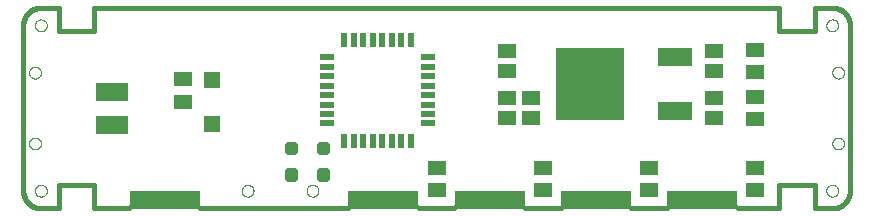
<source format=gbp>
G75*
%MOIN*%
%OFA0B0*%
%FSLAX25Y25*%
%IPPOS*%
%LPD*%
%AMOC8*
5,1,8,0,0,1.08239X$1,22.5*
%
%ADD10C,0.01600*%
%ADD11C,0.00000*%
%ADD12C,0.01200*%
%ADD13R,0.11811X0.06299*%
%ADD14R,0.22835X0.24409*%
%ADD15R,0.05906X0.05118*%
%ADD16R,0.23622X0.05906*%
%ADD17R,0.06299X0.05118*%
%ADD18R,0.02200X0.05000*%
%ADD19R,0.05000X0.02200*%
%ADD20R,0.05512X0.05512*%
%ADD21C,0.02226*%
%ADD22C,0.02332*%
%ADD23R,0.10630X0.06299*%
D10*
X0049997Y0025656D02*
X0055902Y0025656D01*
X0055902Y0033530D01*
X0067713Y0033530D01*
X0067713Y0025656D01*
X0079524Y0025656D01*
X0103146Y0025656D02*
X0152359Y0025656D01*
X0175981Y0025656D02*
X0187792Y0025656D01*
X0211414Y0025656D02*
X0223225Y0025656D01*
X0246847Y0025656D02*
X0258658Y0025656D01*
X0282280Y0025656D02*
X0296060Y0025656D01*
X0296060Y0033530D01*
X0307871Y0033530D01*
X0307871Y0025656D01*
X0313776Y0025656D01*
X0313776Y0025655D02*
X0313928Y0025657D01*
X0314080Y0025663D01*
X0314232Y0025673D01*
X0314383Y0025686D01*
X0314534Y0025704D01*
X0314685Y0025725D01*
X0314835Y0025751D01*
X0314984Y0025780D01*
X0315133Y0025813D01*
X0315280Y0025850D01*
X0315427Y0025890D01*
X0315572Y0025935D01*
X0315716Y0025983D01*
X0315859Y0026035D01*
X0316001Y0026090D01*
X0316141Y0026149D01*
X0316280Y0026212D01*
X0316417Y0026278D01*
X0316552Y0026348D01*
X0316685Y0026421D01*
X0316816Y0026498D01*
X0316946Y0026578D01*
X0317073Y0026661D01*
X0317198Y0026747D01*
X0317321Y0026837D01*
X0317441Y0026930D01*
X0317559Y0027026D01*
X0317675Y0027125D01*
X0317788Y0027227D01*
X0317898Y0027331D01*
X0318006Y0027439D01*
X0318110Y0027549D01*
X0318212Y0027662D01*
X0318311Y0027778D01*
X0318407Y0027896D01*
X0318500Y0028016D01*
X0318590Y0028139D01*
X0318676Y0028264D01*
X0318759Y0028391D01*
X0318839Y0028521D01*
X0318916Y0028652D01*
X0318989Y0028785D01*
X0319059Y0028920D01*
X0319125Y0029057D01*
X0319188Y0029196D01*
X0319247Y0029336D01*
X0319302Y0029478D01*
X0319354Y0029621D01*
X0319402Y0029765D01*
X0319447Y0029910D01*
X0319487Y0030057D01*
X0319524Y0030204D01*
X0319557Y0030353D01*
X0319586Y0030502D01*
X0319612Y0030652D01*
X0319633Y0030803D01*
X0319651Y0030954D01*
X0319664Y0031105D01*
X0319674Y0031257D01*
X0319680Y0031409D01*
X0319682Y0031561D01*
X0319682Y0086679D01*
X0319680Y0086831D01*
X0319674Y0086983D01*
X0319664Y0087135D01*
X0319651Y0087286D01*
X0319633Y0087437D01*
X0319612Y0087588D01*
X0319586Y0087738D01*
X0319557Y0087887D01*
X0319524Y0088036D01*
X0319487Y0088183D01*
X0319447Y0088330D01*
X0319402Y0088475D01*
X0319354Y0088619D01*
X0319302Y0088762D01*
X0319247Y0088904D01*
X0319188Y0089044D01*
X0319125Y0089183D01*
X0319059Y0089320D01*
X0318989Y0089455D01*
X0318916Y0089588D01*
X0318839Y0089719D01*
X0318759Y0089849D01*
X0318676Y0089976D01*
X0318590Y0090101D01*
X0318500Y0090224D01*
X0318407Y0090344D01*
X0318311Y0090462D01*
X0318212Y0090578D01*
X0318110Y0090691D01*
X0318006Y0090801D01*
X0317898Y0090909D01*
X0317788Y0091013D01*
X0317675Y0091115D01*
X0317559Y0091214D01*
X0317441Y0091310D01*
X0317321Y0091403D01*
X0317198Y0091493D01*
X0317073Y0091579D01*
X0316946Y0091662D01*
X0316816Y0091742D01*
X0316685Y0091819D01*
X0316552Y0091892D01*
X0316417Y0091962D01*
X0316280Y0092028D01*
X0316141Y0092091D01*
X0316001Y0092150D01*
X0315859Y0092205D01*
X0315716Y0092257D01*
X0315572Y0092305D01*
X0315427Y0092350D01*
X0315280Y0092390D01*
X0315133Y0092427D01*
X0314984Y0092460D01*
X0314835Y0092489D01*
X0314685Y0092515D01*
X0314534Y0092536D01*
X0314383Y0092554D01*
X0314232Y0092567D01*
X0314080Y0092577D01*
X0313928Y0092583D01*
X0313776Y0092585D01*
X0307871Y0092585D01*
X0307871Y0084711D01*
X0296060Y0084711D01*
X0296060Y0092585D01*
X0067713Y0092585D01*
X0067713Y0084711D01*
X0055902Y0084711D01*
X0055902Y0092585D01*
X0049997Y0092585D01*
X0049845Y0092583D01*
X0049693Y0092577D01*
X0049541Y0092567D01*
X0049390Y0092554D01*
X0049239Y0092536D01*
X0049088Y0092515D01*
X0048938Y0092489D01*
X0048789Y0092460D01*
X0048640Y0092427D01*
X0048493Y0092390D01*
X0048346Y0092350D01*
X0048201Y0092305D01*
X0048057Y0092257D01*
X0047914Y0092205D01*
X0047772Y0092150D01*
X0047632Y0092091D01*
X0047493Y0092028D01*
X0047356Y0091962D01*
X0047221Y0091892D01*
X0047088Y0091819D01*
X0046957Y0091742D01*
X0046827Y0091662D01*
X0046700Y0091579D01*
X0046575Y0091493D01*
X0046452Y0091403D01*
X0046332Y0091310D01*
X0046214Y0091214D01*
X0046098Y0091115D01*
X0045985Y0091013D01*
X0045875Y0090909D01*
X0045767Y0090801D01*
X0045663Y0090691D01*
X0045561Y0090578D01*
X0045462Y0090462D01*
X0045366Y0090344D01*
X0045273Y0090224D01*
X0045183Y0090101D01*
X0045097Y0089976D01*
X0045014Y0089849D01*
X0044934Y0089719D01*
X0044857Y0089588D01*
X0044784Y0089455D01*
X0044714Y0089320D01*
X0044648Y0089183D01*
X0044585Y0089044D01*
X0044526Y0088904D01*
X0044471Y0088762D01*
X0044419Y0088619D01*
X0044371Y0088475D01*
X0044326Y0088330D01*
X0044286Y0088183D01*
X0044249Y0088036D01*
X0044216Y0087887D01*
X0044187Y0087738D01*
X0044161Y0087588D01*
X0044140Y0087437D01*
X0044122Y0087286D01*
X0044109Y0087135D01*
X0044099Y0086983D01*
X0044093Y0086831D01*
X0044091Y0086679D01*
X0044091Y0031561D01*
X0044093Y0031409D01*
X0044099Y0031257D01*
X0044109Y0031105D01*
X0044122Y0030954D01*
X0044140Y0030803D01*
X0044161Y0030652D01*
X0044187Y0030502D01*
X0044216Y0030353D01*
X0044249Y0030204D01*
X0044286Y0030057D01*
X0044326Y0029910D01*
X0044371Y0029765D01*
X0044419Y0029621D01*
X0044471Y0029478D01*
X0044526Y0029336D01*
X0044585Y0029196D01*
X0044648Y0029057D01*
X0044714Y0028920D01*
X0044784Y0028785D01*
X0044857Y0028652D01*
X0044934Y0028521D01*
X0045014Y0028391D01*
X0045097Y0028264D01*
X0045183Y0028139D01*
X0045273Y0028016D01*
X0045366Y0027896D01*
X0045462Y0027778D01*
X0045561Y0027662D01*
X0045663Y0027549D01*
X0045767Y0027439D01*
X0045875Y0027331D01*
X0045985Y0027227D01*
X0046098Y0027125D01*
X0046214Y0027026D01*
X0046332Y0026930D01*
X0046452Y0026837D01*
X0046575Y0026747D01*
X0046700Y0026661D01*
X0046827Y0026578D01*
X0046957Y0026498D01*
X0047088Y0026421D01*
X0047221Y0026348D01*
X0047356Y0026278D01*
X0047493Y0026212D01*
X0047632Y0026149D01*
X0047772Y0026090D01*
X0047914Y0026035D01*
X0048057Y0025983D01*
X0048201Y0025935D01*
X0048346Y0025890D01*
X0048493Y0025850D01*
X0048640Y0025813D01*
X0048789Y0025780D01*
X0048938Y0025751D01*
X0049088Y0025725D01*
X0049239Y0025704D01*
X0049390Y0025686D01*
X0049541Y0025673D01*
X0049693Y0025663D01*
X0049845Y0025657D01*
X0049997Y0025655D01*
D11*
X0048028Y0031561D02*
X0048030Y0031649D01*
X0048036Y0031737D01*
X0048046Y0031825D01*
X0048060Y0031913D01*
X0048077Y0031999D01*
X0048099Y0032085D01*
X0048124Y0032169D01*
X0048154Y0032253D01*
X0048186Y0032335D01*
X0048223Y0032415D01*
X0048263Y0032494D01*
X0048307Y0032571D01*
X0048354Y0032646D01*
X0048404Y0032718D01*
X0048458Y0032789D01*
X0048514Y0032856D01*
X0048574Y0032922D01*
X0048636Y0032984D01*
X0048702Y0033044D01*
X0048769Y0033100D01*
X0048840Y0033154D01*
X0048912Y0033204D01*
X0048987Y0033251D01*
X0049064Y0033295D01*
X0049143Y0033335D01*
X0049223Y0033372D01*
X0049305Y0033404D01*
X0049389Y0033434D01*
X0049473Y0033459D01*
X0049559Y0033481D01*
X0049645Y0033498D01*
X0049733Y0033512D01*
X0049821Y0033522D01*
X0049909Y0033528D01*
X0049997Y0033530D01*
X0050085Y0033528D01*
X0050173Y0033522D01*
X0050261Y0033512D01*
X0050349Y0033498D01*
X0050435Y0033481D01*
X0050521Y0033459D01*
X0050605Y0033434D01*
X0050689Y0033404D01*
X0050771Y0033372D01*
X0050851Y0033335D01*
X0050930Y0033295D01*
X0051007Y0033251D01*
X0051082Y0033204D01*
X0051154Y0033154D01*
X0051225Y0033100D01*
X0051292Y0033044D01*
X0051358Y0032984D01*
X0051420Y0032922D01*
X0051480Y0032856D01*
X0051536Y0032789D01*
X0051590Y0032718D01*
X0051640Y0032646D01*
X0051687Y0032571D01*
X0051731Y0032494D01*
X0051771Y0032415D01*
X0051808Y0032335D01*
X0051840Y0032253D01*
X0051870Y0032169D01*
X0051895Y0032085D01*
X0051917Y0031999D01*
X0051934Y0031913D01*
X0051948Y0031825D01*
X0051958Y0031737D01*
X0051964Y0031649D01*
X0051966Y0031561D01*
X0051964Y0031473D01*
X0051958Y0031385D01*
X0051948Y0031297D01*
X0051934Y0031209D01*
X0051917Y0031123D01*
X0051895Y0031037D01*
X0051870Y0030953D01*
X0051840Y0030869D01*
X0051808Y0030787D01*
X0051771Y0030707D01*
X0051731Y0030628D01*
X0051687Y0030551D01*
X0051640Y0030476D01*
X0051590Y0030404D01*
X0051536Y0030333D01*
X0051480Y0030266D01*
X0051420Y0030200D01*
X0051358Y0030138D01*
X0051292Y0030078D01*
X0051225Y0030022D01*
X0051154Y0029968D01*
X0051082Y0029918D01*
X0051007Y0029871D01*
X0050930Y0029827D01*
X0050851Y0029787D01*
X0050771Y0029750D01*
X0050689Y0029718D01*
X0050605Y0029688D01*
X0050521Y0029663D01*
X0050435Y0029641D01*
X0050349Y0029624D01*
X0050261Y0029610D01*
X0050173Y0029600D01*
X0050085Y0029594D01*
X0049997Y0029592D01*
X0049909Y0029594D01*
X0049821Y0029600D01*
X0049733Y0029610D01*
X0049645Y0029624D01*
X0049559Y0029641D01*
X0049473Y0029663D01*
X0049389Y0029688D01*
X0049305Y0029718D01*
X0049223Y0029750D01*
X0049143Y0029787D01*
X0049064Y0029827D01*
X0048987Y0029871D01*
X0048912Y0029918D01*
X0048840Y0029968D01*
X0048769Y0030022D01*
X0048702Y0030078D01*
X0048636Y0030138D01*
X0048574Y0030200D01*
X0048514Y0030266D01*
X0048458Y0030333D01*
X0048404Y0030404D01*
X0048354Y0030476D01*
X0048307Y0030551D01*
X0048263Y0030628D01*
X0048223Y0030707D01*
X0048186Y0030787D01*
X0048154Y0030869D01*
X0048124Y0030953D01*
X0048099Y0031037D01*
X0048077Y0031123D01*
X0048060Y0031209D01*
X0048046Y0031297D01*
X0048036Y0031385D01*
X0048030Y0031473D01*
X0048028Y0031561D01*
X0046059Y0047309D02*
X0046061Y0047397D01*
X0046067Y0047485D01*
X0046077Y0047573D01*
X0046091Y0047661D01*
X0046108Y0047747D01*
X0046130Y0047833D01*
X0046155Y0047917D01*
X0046185Y0048001D01*
X0046217Y0048083D01*
X0046254Y0048163D01*
X0046294Y0048242D01*
X0046338Y0048319D01*
X0046385Y0048394D01*
X0046435Y0048466D01*
X0046489Y0048537D01*
X0046545Y0048604D01*
X0046605Y0048670D01*
X0046667Y0048732D01*
X0046733Y0048792D01*
X0046800Y0048848D01*
X0046871Y0048902D01*
X0046943Y0048952D01*
X0047018Y0048999D01*
X0047095Y0049043D01*
X0047174Y0049083D01*
X0047254Y0049120D01*
X0047336Y0049152D01*
X0047420Y0049182D01*
X0047504Y0049207D01*
X0047590Y0049229D01*
X0047676Y0049246D01*
X0047764Y0049260D01*
X0047852Y0049270D01*
X0047940Y0049276D01*
X0048028Y0049278D01*
X0048116Y0049276D01*
X0048204Y0049270D01*
X0048292Y0049260D01*
X0048380Y0049246D01*
X0048466Y0049229D01*
X0048552Y0049207D01*
X0048636Y0049182D01*
X0048720Y0049152D01*
X0048802Y0049120D01*
X0048882Y0049083D01*
X0048961Y0049043D01*
X0049038Y0048999D01*
X0049113Y0048952D01*
X0049185Y0048902D01*
X0049256Y0048848D01*
X0049323Y0048792D01*
X0049389Y0048732D01*
X0049451Y0048670D01*
X0049511Y0048604D01*
X0049567Y0048537D01*
X0049621Y0048466D01*
X0049671Y0048394D01*
X0049718Y0048319D01*
X0049762Y0048242D01*
X0049802Y0048163D01*
X0049839Y0048083D01*
X0049871Y0048001D01*
X0049901Y0047917D01*
X0049926Y0047833D01*
X0049948Y0047747D01*
X0049965Y0047661D01*
X0049979Y0047573D01*
X0049989Y0047485D01*
X0049995Y0047397D01*
X0049997Y0047309D01*
X0049995Y0047221D01*
X0049989Y0047133D01*
X0049979Y0047045D01*
X0049965Y0046957D01*
X0049948Y0046871D01*
X0049926Y0046785D01*
X0049901Y0046701D01*
X0049871Y0046617D01*
X0049839Y0046535D01*
X0049802Y0046455D01*
X0049762Y0046376D01*
X0049718Y0046299D01*
X0049671Y0046224D01*
X0049621Y0046152D01*
X0049567Y0046081D01*
X0049511Y0046014D01*
X0049451Y0045948D01*
X0049389Y0045886D01*
X0049323Y0045826D01*
X0049256Y0045770D01*
X0049185Y0045716D01*
X0049113Y0045666D01*
X0049038Y0045619D01*
X0048961Y0045575D01*
X0048882Y0045535D01*
X0048802Y0045498D01*
X0048720Y0045466D01*
X0048636Y0045436D01*
X0048552Y0045411D01*
X0048466Y0045389D01*
X0048380Y0045372D01*
X0048292Y0045358D01*
X0048204Y0045348D01*
X0048116Y0045342D01*
X0048028Y0045340D01*
X0047940Y0045342D01*
X0047852Y0045348D01*
X0047764Y0045358D01*
X0047676Y0045372D01*
X0047590Y0045389D01*
X0047504Y0045411D01*
X0047420Y0045436D01*
X0047336Y0045466D01*
X0047254Y0045498D01*
X0047174Y0045535D01*
X0047095Y0045575D01*
X0047018Y0045619D01*
X0046943Y0045666D01*
X0046871Y0045716D01*
X0046800Y0045770D01*
X0046733Y0045826D01*
X0046667Y0045886D01*
X0046605Y0045948D01*
X0046545Y0046014D01*
X0046489Y0046081D01*
X0046435Y0046152D01*
X0046385Y0046224D01*
X0046338Y0046299D01*
X0046294Y0046376D01*
X0046254Y0046455D01*
X0046217Y0046535D01*
X0046185Y0046617D01*
X0046155Y0046701D01*
X0046130Y0046785D01*
X0046108Y0046871D01*
X0046091Y0046957D01*
X0046077Y0047045D01*
X0046067Y0047133D01*
X0046061Y0047221D01*
X0046059Y0047309D01*
X0046059Y0070931D02*
X0046061Y0071019D01*
X0046067Y0071107D01*
X0046077Y0071195D01*
X0046091Y0071283D01*
X0046108Y0071369D01*
X0046130Y0071455D01*
X0046155Y0071539D01*
X0046185Y0071623D01*
X0046217Y0071705D01*
X0046254Y0071785D01*
X0046294Y0071864D01*
X0046338Y0071941D01*
X0046385Y0072016D01*
X0046435Y0072088D01*
X0046489Y0072159D01*
X0046545Y0072226D01*
X0046605Y0072292D01*
X0046667Y0072354D01*
X0046733Y0072414D01*
X0046800Y0072470D01*
X0046871Y0072524D01*
X0046943Y0072574D01*
X0047018Y0072621D01*
X0047095Y0072665D01*
X0047174Y0072705D01*
X0047254Y0072742D01*
X0047336Y0072774D01*
X0047420Y0072804D01*
X0047504Y0072829D01*
X0047590Y0072851D01*
X0047676Y0072868D01*
X0047764Y0072882D01*
X0047852Y0072892D01*
X0047940Y0072898D01*
X0048028Y0072900D01*
X0048116Y0072898D01*
X0048204Y0072892D01*
X0048292Y0072882D01*
X0048380Y0072868D01*
X0048466Y0072851D01*
X0048552Y0072829D01*
X0048636Y0072804D01*
X0048720Y0072774D01*
X0048802Y0072742D01*
X0048882Y0072705D01*
X0048961Y0072665D01*
X0049038Y0072621D01*
X0049113Y0072574D01*
X0049185Y0072524D01*
X0049256Y0072470D01*
X0049323Y0072414D01*
X0049389Y0072354D01*
X0049451Y0072292D01*
X0049511Y0072226D01*
X0049567Y0072159D01*
X0049621Y0072088D01*
X0049671Y0072016D01*
X0049718Y0071941D01*
X0049762Y0071864D01*
X0049802Y0071785D01*
X0049839Y0071705D01*
X0049871Y0071623D01*
X0049901Y0071539D01*
X0049926Y0071455D01*
X0049948Y0071369D01*
X0049965Y0071283D01*
X0049979Y0071195D01*
X0049989Y0071107D01*
X0049995Y0071019D01*
X0049997Y0070931D01*
X0049995Y0070843D01*
X0049989Y0070755D01*
X0049979Y0070667D01*
X0049965Y0070579D01*
X0049948Y0070493D01*
X0049926Y0070407D01*
X0049901Y0070323D01*
X0049871Y0070239D01*
X0049839Y0070157D01*
X0049802Y0070077D01*
X0049762Y0069998D01*
X0049718Y0069921D01*
X0049671Y0069846D01*
X0049621Y0069774D01*
X0049567Y0069703D01*
X0049511Y0069636D01*
X0049451Y0069570D01*
X0049389Y0069508D01*
X0049323Y0069448D01*
X0049256Y0069392D01*
X0049185Y0069338D01*
X0049113Y0069288D01*
X0049038Y0069241D01*
X0048961Y0069197D01*
X0048882Y0069157D01*
X0048802Y0069120D01*
X0048720Y0069088D01*
X0048636Y0069058D01*
X0048552Y0069033D01*
X0048466Y0069011D01*
X0048380Y0068994D01*
X0048292Y0068980D01*
X0048204Y0068970D01*
X0048116Y0068964D01*
X0048028Y0068962D01*
X0047940Y0068964D01*
X0047852Y0068970D01*
X0047764Y0068980D01*
X0047676Y0068994D01*
X0047590Y0069011D01*
X0047504Y0069033D01*
X0047420Y0069058D01*
X0047336Y0069088D01*
X0047254Y0069120D01*
X0047174Y0069157D01*
X0047095Y0069197D01*
X0047018Y0069241D01*
X0046943Y0069288D01*
X0046871Y0069338D01*
X0046800Y0069392D01*
X0046733Y0069448D01*
X0046667Y0069508D01*
X0046605Y0069570D01*
X0046545Y0069636D01*
X0046489Y0069703D01*
X0046435Y0069774D01*
X0046385Y0069846D01*
X0046338Y0069921D01*
X0046294Y0069998D01*
X0046254Y0070077D01*
X0046217Y0070157D01*
X0046185Y0070239D01*
X0046155Y0070323D01*
X0046130Y0070407D01*
X0046108Y0070493D01*
X0046091Y0070579D01*
X0046077Y0070667D01*
X0046067Y0070755D01*
X0046061Y0070843D01*
X0046059Y0070931D01*
X0048028Y0086679D02*
X0048030Y0086767D01*
X0048036Y0086855D01*
X0048046Y0086943D01*
X0048060Y0087031D01*
X0048077Y0087117D01*
X0048099Y0087203D01*
X0048124Y0087287D01*
X0048154Y0087371D01*
X0048186Y0087453D01*
X0048223Y0087533D01*
X0048263Y0087612D01*
X0048307Y0087689D01*
X0048354Y0087764D01*
X0048404Y0087836D01*
X0048458Y0087907D01*
X0048514Y0087974D01*
X0048574Y0088040D01*
X0048636Y0088102D01*
X0048702Y0088162D01*
X0048769Y0088218D01*
X0048840Y0088272D01*
X0048912Y0088322D01*
X0048987Y0088369D01*
X0049064Y0088413D01*
X0049143Y0088453D01*
X0049223Y0088490D01*
X0049305Y0088522D01*
X0049389Y0088552D01*
X0049473Y0088577D01*
X0049559Y0088599D01*
X0049645Y0088616D01*
X0049733Y0088630D01*
X0049821Y0088640D01*
X0049909Y0088646D01*
X0049997Y0088648D01*
X0050085Y0088646D01*
X0050173Y0088640D01*
X0050261Y0088630D01*
X0050349Y0088616D01*
X0050435Y0088599D01*
X0050521Y0088577D01*
X0050605Y0088552D01*
X0050689Y0088522D01*
X0050771Y0088490D01*
X0050851Y0088453D01*
X0050930Y0088413D01*
X0051007Y0088369D01*
X0051082Y0088322D01*
X0051154Y0088272D01*
X0051225Y0088218D01*
X0051292Y0088162D01*
X0051358Y0088102D01*
X0051420Y0088040D01*
X0051480Y0087974D01*
X0051536Y0087907D01*
X0051590Y0087836D01*
X0051640Y0087764D01*
X0051687Y0087689D01*
X0051731Y0087612D01*
X0051771Y0087533D01*
X0051808Y0087453D01*
X0051840Y0087371D01*
X0051870Y0087287D01*
X0051895Y0087203D01*
X0051917Y0087117D01*
X0051934Y0087031D01*
X0051948Y0086943D01*
X0051958Y0086855D01*
X0051964Y0086767D01*
X0051966Y0086679D01*
X0051964Y0086591D01*
X0051958Y0086503D01*
X0051948Y0086415D01*
X0051934Y0086327D01*
X0051917Y0086241D01*
X0051895Y0086155D01*
X0051870Y0086071D01*
X0051840Y0085987D01*
X0051808Y0085905D01*
X0051771Y0085825D01*
X0051731Y0085746D01*
X0051687Y0085669D01*
X0051640Y0085594D01*
X0051590Y0085522D01*
X0051536Y0085451D01*
X0051480Y0085384D01*
X0051420Y0085318D01*
X0051358Y0085256D01*
X0051292Y0085196D01*
X0051225Y0085140D01*
X0051154Y0085086D01*
X0051082Y0085036D01*
X0051007Y0084989D01*
X0050930Y0084945D01*
X0050851Y0084905D01*
X0050771Y0084868D01*
X0050689Y0084836D01*
X0050605Y0084806D01*
X0050521Y0084781D01*
X0050435Y0084759D01*
X0050349Y0084742D01*
X0050261Y0084728D01*
X0050173Y0084718D01*
X0050085Y0084712D01*
X0049997Y0084710D01*
X0049909Y0084712D01*
X0049821Y0084718D01*
X0049733Y0084728D01*
X0049645Y0084742D01*
X0049559Y0084759D01*
X0049473Y0084781D01*
X0049389Y0084806D01*
X0049305Y0084836D01*
X0049223Y0084868D01*
X0049143Y0084905D01*
X0049064Y0084945D01*
X0048987Y0084989D01*
X0048912Y0085036D01*
X0048840Y0085086D01*
X0048769Y0085140D01*
X0048702Y0085196D01*
X0048636Y0085256D01*
X0048574Y0085318D01*
X0048514Y0085384D01*
X0048458Y0085451D01*
X0048404Y0085522D01*
X0048354Y0085594D01*
X0048307Y0085669D01*
X0048263Y0085746D01*
X0048223Y0085825D01*
X0048186Y0085905D01*
X0048154Y0085987D01*
X0048124Y0086071D01*
X0048099Y0086155D01*
X0048077Y0086241D01*
X0048060Y0086327D01*
X0048046Y0086415D01*
X0048036Y0086503D01*
X0048030Y0086591D01*
X0048028Y0086679D01*
X0116925Y0031561D02*
X0116927Y0031649D01*
X0116933Y0031737D01*
X0116943Y0031825D01*
X0116957Y0031913D01*
X0116974Y0031999D01*
X0116996Y0032085D01*
X0117021Y0032169D01*
X0117051Y0032253D01*
X0117083Y0032335D01*
X0117120Y0032415D01*
X0117160Y0032494D01*
X0117204Y0032571D01*
X0117251Y0032646D01*
X0117301Y0032718D01*
X0117355Y0032789D01*
X0117411Y0032856D01*
X0117471Y0032922D01*
X0117533Y0032984D01*
X0117599Y0033044D01*
X0117666Y0033100D01*
X0117737Y0033154D01*
X0117809Y0033204D01*
X0117884Y0033251D01*
X0117961Y0033295D01*
X0118040Y0033335D01*
X0118120Y0033372D01*
X0118202Y0033404D01*
X0118286Y0033434D01*
X0118370Y0033459D01*
X0118456Y0033481D01*
X0118542Y0033498D01*
X0118630Y0033512D01*
X0118718Y0033522D01*
X0118806Y0033528D01*
X0118894Y0033530D01*
X0118982Y0033528D01*
X0119070Y0033522D01*
X0119158Y0033512D01*
X0119246Y0033498D01*
X0119332Y0033481D01*
X0119418Y0033459D01*
X0119502Y0033434D01*
X0119586Y0033404D01*
X0119668Y0033372D01*
X0119748Y0033335D01*
X0119827Y0033295D01*
X0119904Y0033251D01*
X0119979Y0033204D01*
X0120051Y0033154D01*
X0120122Y0033100D01*
X0120189Y0033044D01*
X0120255Y0032984D01*
X0120317Y0032922D01*
X0120377Y0032856D01*
X0120433Y0032789D01*
X0120487Y0032718D01*
X0120537Y0032646D01*
X0120584Y0032571D01*
X0120628Y0032494D01*
X0120668Y0032415D01*
X0120705Y0032335D01*
X0120737Y0032253D01*
X0120767Y0032169D01*
X0120792Y0032085D01*
X0120814Y0031999D01*
X0120831Y0031913D01*
X0120845Y0031825D01*
X0120855Y0031737D01*
X0120861Y0031649D01*
X0120863Y0031561D01*
X0120861Y0031473D01*
X0120855Y0031385D01*
X0120845Y0031297D01*
X0120831Y0031209D01*
X0120814Y0031123D01*
X0120792Y0031037D01*
X0120767Y0030953D01*
X0120737Y0030869D01*
X0120705Y0030787D01*
X0120668Y0030707D01*
X0120628Y0030628D01*
X0120584Y0030551D01*
X0120537Y0030476D01*
X0120487Y0030404D01*
X0120433Y0030333D01*
X0120377Y0030266D01*
X0120317Y0030200D01*
X0120255Y0030138D01*
X0120189Y0030078D01*
X0120122Y0030022D01*
X0120051Y0029968D01*
X0119979Y0029918D01*
X0119904Y0029871D01*
X0119827Y0029827D01*
X0119748Y0029787D01*
X0119668Y0029750D01*
X0119586Y0029718D01*
X0119502Y0029688D01*
X0119418Y0029663D01*
X0119332Y0029641D01*
X0119246Y0029624D01*
X0119158Y0029610D01*
X0119070Y0029600D01*
X0118982Y0029594D01*
X0118894Y0029592D01*
X0118806Y0029594D01*
X0118718Y0029600D01*
X0118630Y0029610D01*
X0118542Y0029624D01*
X0118456Y0029641D01*
X0118370Y0029663D01*
X0118286Y0029688D01*
X0118202Y0029718D01*
X0118120Y0029750D01*
X0118040Y0029787D01*
X0117961Y0029827D01*
X0117884Y0029871D01*
X0117809Y0029918D01*
X0117737Y0029968D01*
X0117666Y0030022D01*
X0117599Y0030078D01*
X0117533Y0030138D01*
X0117471Y0030200D01*
X0117411Y0030266D01*
X0117355Y0030333D01*
X0117301Y0030404D01*
X0117251Y0030476D01*
X0117204Y0030551D01*
X0117160Y0030628D01*
X0117120Y0030707D01*
X0117083Y0030787D01*
X0117051Y0030869D01*
X0117021Y0030953D01*
X0116996Y0031037D01*
X0116974Y0031123D01*
X0116957Y0031209D01*
X0116943Y0031297D01*
X0116933Y0031385D01*
X0116927Y0031473D01*
X0116925Y0031561D01*
X0138579Y0031561D02*
X0138581Y0031649D01*
X0138587Y0031737D01*
X0138597Y0031825D01*
X0138611Y0031913D01*
X0138628Y0031999D01*
X0138650Y0032085D01*
X0138675Y0032169D01*
X0138705Y0032253D01*
X0138737Y0032335D01*
X0138774Y0032415D01*
X0138814Y0032494D01*
X0138858Y0032571D01*
X0138905Y0032646D01*
X0138955Y0032718D01*
X0139009Y0032789D01*
X0139065Y0032856D01*
X0139125Y0032922D01*
X0139187Y0032984D01*
X0139253Y0033044D01*
X0139320Y0033100D01*
X0139391Y0033154D01*
X0139463Y0033204D01*
X0139538Y0033251D01*
X0139615Y0033295D01*
X0139694Y0033335D01*
X0139774Y0033372D01*
X0139856Y0033404D01*
X0139940Y0033434D01*
X0140024Y0033459D01*
X0140110Y0033481D01*
X0140196Y0033498D01*
X0140284Y0033512D01*
X0140372Y0033522D01*
X0140460Y0033528D01*
X0140548Y0033530D01*
X0140636Y0033528D01*
X0140724Y0033522D01*
X0140812Y0033512D01*
X0140900Y0033498D01*
X0140986Y0033481D01*
X0141072Y0033459D01*
X0141156Y0033434D01*
X0141240Y0033404D01*
X0141322Y0033372D01*
X0141402Y0033335D01*
X0141481Y0033295D01*
X0141558Y0033251D01*
X0141633Y0033204D01*
X0141705Y0033154D01*
X0141776Y0033100D01*
X0141843Y0033044D01*
X0141909Y0032984D01*
X0141971Y0032922D01*
X0142031Y0032856D01*
X0142087Y0032789D01*
X0142141Y0032718D01*
X0142191Y0032646D01*
X0142238Y0032571D01*
X0142282Y0032494D01*
X0142322Y0032415D01*
X0142359Y0032335D01*
X0142391Y0032253D01*
X0142421Y0032169D01*
X0142446Y0032085D01*
X0142468Y0031999D01*
X0142485Y0031913D01*
X0142499Y0031825D01*
X0142509Y0031737D01*
X0142515Y0031649D01*
X0142517Y0031561D01*
X0142515Y0031473D01*
X0142509Y0031385D01*
X0142499Y0031297D01*
X0142485Y0031209D01*
X0142468Y0031123D01*
X0142446Y0031037D01*
X0142421Y0030953D01*
X0142391Y0030869D01*
X0142359Y0030787D01*
X0142322Y0030707D01*
X0142282Y0030628D01*
X0142238Y0030551D01*
X0142191Y0030476D01*
X0142141Y0030404D01*
X0142087Y0030333D01*
X0142031Y0030266D01*
X0141971Y0030200D01*
X0141909Y0030138D01*
X0141843Y0030078D01*
X0141776Y0030022D01*
X0141705Y0029968D01*
X0141633Y0029918D01*
X0141558Y0029871D01*
X0141481Y0029827D01*
X0141402Y0029787D01*
X0141322Y0029750D01*
X0141240Y0029718D01*
X0141156Y0029688D01*
X0141072Y0029663D01*
X0140986Y0029641D01*
X0140900Y0029624D01*
X0140812Y0029610D01*
X0140724Y0029600D01*
X0140636Y0029594D01*
X0140548Y0029592D01*
X0140460Y0029594D01*
X0140372Y0029600D01*
X0140284Y0029610D01*
X0140196Y0029624D01*
X0140110Y0029641D01*
X0140024Y0029663D01*
X0139940Y0029688D01*
X0139856Y0029718D01*
X0139774Y0029750D01*
X0139694Y0029787D01*
X0139615Y0029827D01*
X0139538Y0029871D01*
X0139463Y0029918D01*
X0139391Y0029968D01*
X0139320Y0030022D01*
X0139253Y0030078D01*
X0139187Y0030138D01*
X0139125Y0030200D01*
X0139065Y0030266D01*
X0139009Y0030333D01*
X0138955Y0030404D01*
X0138905Y0030476D01*
X0138858Y0030551D01*
X0138814Y0030628D01*
X0138774Y0030707D01*
X0138737Y0030787D01*
X0138705Y0030869D01*
X0138675Y0030953D01*
X0138650Y0031037D01*
X0138628Y0031123D01*
X0138611Y0031209D01*
X0138597Y0031297D01*
X0138587Y0031385D01*
X0138581Y0031473D01*
X0138579Y0031561D01*
X0311807Y0031561D02*
X0311809Y0031649D01*
X0311815Y0031737D01*
X0311825Y0031825D01*
X0311839Y0031913D01*
X0311856Y0031999D01*
X0311878Y0032085D01*
X0311903Y0032169D01*
X0311933Y0032253D01*
X0311965Y0032335D01*
X0312002Y0032415D01*
X0312042Y0032494D01*
X0312086Y0032571D01*
X0312133Y0032646D01*
X0312183Y0032718D01*
X0312237Y0032789D01*
X0312293Y0032856D01*
X0312353Y0032922D01*
X0312415Y0032984D01*
X0312481Y0033044D01*
X0312548Y0033100D01*
X0312619Y0033154D01*
X0312691Y0033204D01*
X0312766Y0033251D01*
X0312843Y0033295D01*
X0312922Y0033335D01*
X0313002Y0033372D01*
X0313084Y0033404D01*
X0313168Y0033434D01*
X0313252Y0033459D01*
X0313338Y0033481D01*
X0313424Y0033498D01*
X0313512Y0033512D01*
X0313600Y0033522D01*
X0313688Y0033528D01*
X0313776Y0033530D01*
X0313864Y0033528D01*
X0313952Y0033522D01*
X0314040Y0033512D01*
X0314128Y0033498D01*
X0314214Y0033481D01*
X0314300Y0033459D01*
X0314384Y0033434D01*
X0314468Y0033404D01*
X0314550Y0033372D01*
X0314630Y0033335D01*
X0314709Y0033295D01*
X0314786Y0033251D01*
X0314861Y0033204D01*
X0314933Y0033154D01*
X0315004Y0033100D01*
X0315071Y0033044D01*
X0315137Y0032984D01*
X0315199Y0032922D01*
X0315259Y0032856D01*
X0315315Y0032789D01*
X0315369Y0032718D01*
X0315419Y0032646D01*
X0315466Y0032571D01*
X0315510Y0032494D01*
X0315550Y0032415D01*
X0315587Y0032335D01*
X0315619Y0032253D01*
X0315649Y0032169D01*
X0315674Y0032085D01*
X0315696Y0031999D01*
X0315713Y0031913D01*
X0315727Y0031825D01*
X0315737Y0031737D01*
X0315743Y0031649D01*
X0315745Y0031561D01*
X0315743Y0031473D01*
X0315737Y0031385D01*
X0315727Y0031297D01*
X0315713Y0031209D01*
X0315696Y0031123D01*
X0315674Y0031037D01*
X0315649Y0030953D01*
X0315619Y0030869D01*
X0315587Y0030787D01*
X0315550Y0030707D01*
X0315510Y0030628D01*
X0315466Y0030551D01*
X0315419Y0030476D01*
X0315369Y0030404D01*
X0315315Y0030333D01*
X0315259Y0030266D01*
X0315199Y0030200D01*
X0315137Y0030138D01*
X0315071Y0030078D01*
X0315004Y0030022D01*
X0314933Y0029968D01*
X0314861Y0029918D01*
X0314786Y0029871D01*
X0314709Y0029827D01*
X0314630Y0029787D01*
X0314550Y0029750D01*
X0314468Y0029718D01*
X0314384Y0029688D01*
X0314300Y0029663D01*
X0314214Y0029641D01*
X0314128Y0029624D01*
X0314040Y0029610D01*
X0313952Y0029600D01*
X0313864Y0029594D01*
X0313776Y0029592D01*
X0313688Y0029594D01*
X0313600Y0029600D01*
X0313512Y0029610D01*
X0313424Y0029624D01*
X0313338Y0029641D01*
X0313252Y0029663D01*
X0313168Y0029688D01*
X0313084Y0029718D01*
X0313002Y0029750D01*
X0312922Y0029787D01*
X0312843Y0029827D01*
X0312766Y0029871D01*
X0312691Y0029918D01*
X0312619Y0029968D01*
X0312548Y0030022D01*
X0312481Y0030078D01*
X0312415Y0030138D01*
X0312353Y0030200D01*
X0312293Y0030266D01*
X0312237Y0030333D01*
X0312183Y0030404D01*
X0312133Y0030476D01*
X0312086Y0030551D01*
X0312042Y0030628D01*
X0312002Y0030707D01*
X0311965Y0030787D01*
X0311933Y0030869D01*
X0311903Y0030953D01*
X0311878Y0031037D01*
X0311856Y0031123D01*
X0311839Y0031209D01*
X0311825Y0031297D01*
X0311815Y0031385D01*
X0311809Y0031473D01*
X0311807Y0031561D01*
X0313776Y0047309D02*
X0313778Y0047397D01*
X0313784Y0047485D01*
X0313794Y0047573D01*
X0313808Y0047661D01*
X0313825Y0047747D01*
X0313847Y0047833D01*
X0313872Y0047917D01*
X0313902Y0048001D01*
X0313934Y0048083D01*
X0313971Y0048163D01*
X0314011Y0048242D01*
X0314055Y0048319D01*
X0314102Y0048394D01*
X0314152Y0048466D01*
X0314206Y0048537D01*
X0314262Y0048604D01*
X0314322Y0048670D01*
X0314384Y0048732D01*
X0314450Y0048792D01*
X0314517Y0048848D01*
X0314588Y0048902D01*
X0314660Y0048952D01*
X0314735Y0048999D01*
X0314812Y0049043D01*
X0314891Y0049083D01*
X0314971Y0049120D01*
X0315053Y0049152D01*
X0315137Y0049182D01*
X0315221Y0049207D01*
X0315307Y0049229D01*
X0315393Y0049246D01*
X0315481Y0049260D01*
X0315569Y0049270D01*
X0315657Y0049276D01*
X0315745Y0049278D01*
X0315833Y0049276D01*
X0315921Y0049270D01*
X0316009Y0049260D01*
X0316097Y0049246D01*
X0316183Y0049229D01*
X0316269Y0049207D01*
X0316353Y0049182D01*
X0316437Y0049152D01*
X0316519Y0049120D01*
X0316599Y0049083D01*
X0316678Y0049043D01*
X0316755Y0048999D01*
X0316830Y0048952D01*
X0316902Y0048902D01*
X0316973Y0048848D01*
X0317040Y0048792D01*
X0317106Y0048732D01*
X0317168Y0048670D01*
X0317228Y0048604D01*
X0317284Y0048537D01*
X0317338Y0048466D01*
X0317388Y0048394D01*
X0317435Y0048319D01*
X0317479Y0048242D01*
X0317519Y0048163D01*
X0317556Y0048083D01*
X0317588Y0048001D01*
X0317618Y0047917D01*
X0317643Y0047833D01*
X0317665Y0047747D01*
X0317682Y0047661D01*
X0317696Y0047573D01*
X0317706Y0047485D01*
X0317712Y0047397D01*
X0317714Y0047309D01*
X0317712Y0047221D01*
X0317706Y0047133D01*
X0317696Y0047045D01*
X0317682Y0046957D01*
X0317665Y0046871D01*
X0317643Y0046785D01*
X0317618Y0046701D01*
X0317588Y0046617D01*
X0317556Y0046535D01*
X0317519Y0046455D01*
X0317479Y0046376D01*
X0317435Y0046299D01*
X0317388Y0046224D01*
X0317338Y0046152D01*
X0317284Y0046081D01*
X0317228Y0046014D01*
X0317168Y0045948D01*
X0317106Y0045886D01*
X0317040Y0045826D01*
X0316973Y0045770D01*
X0316902Y0045716D01*
X0316830Y0045666D01*
X0316755Y0045619D01*
X0316678Y0045575D01*
X0316599Y0045535D01*
X0316519Y0045498D01*
X0316437Y0045466D01*
X0316353Y0045436D01*
X0316269Y0045411D01*
X0316183Y0045389D01*
X0316097Y0045372D01*
X0316009Y0045358D01*
X0315921Y0045348D01*
X0315833Y0045342D01*
X0315745Y0045340D01*
X0315657Y0045342D01*
X0315569Y0045348D01*
X0315481Y0045358D01*
X0315393Y0045372D01*
X0315307Y0045389D01*
X0315221Y0045411D01*
X0315137Y0045436D01*
X0315053Y0045466D01*
X0314971Y0045498D01*
X0314891Y0045535D01*
X0314812Y0045575D01*
X0314735Y0045619D01*
X0314660Y0045666D01*
X0314588Y0045716D01*
X0314517Y0045770D01*
X0314450Y0045826D01*
X0314384Y0045886D01*
X0314322Y0045948D01*
X0314262Y0046014D01*
X0314206Y0046081D01*
X0314152Y0046152D01*
X0314102Y0046224D01*
X0314055Y0046299D01*
X0314011Y0046376D01*
X0313971Y0046455D01*
X0313934Y0046535D01*
X0313902Y0046617D01*
X0313872Y0046701D01*
X0313847Y0046785D01*
X0313825Y0046871D01*
X0313808Y0046957D01*
X0313794Y0047045D01*
X0313784Y0047133D01*
X0313778Y0047221D01*
X0313776Y0047309D01*
X0313776Y0070931D02*
X0313778Y0071019D01*
X0313784Y0071107D01*
X0313794Y0071195D01*
X0313808Y0071283D01*
X0313825Y0071369D01*
X0313847Y0071455D01*
X0313872Y0071539D01*
X0313902Y0071623D01*
X0313934Y0071705D01*
X0313971Y0071785D01*
X0314011Y0071864D01*
X0314055Y0071941D01*
X0314102Y0072016D01*
X0314152Y0072088D01*
X0314206Y0072159D01*
X0314262Y0072226D01*
X0314322Y0072292D01*
X0314384Y0072354D01*
X0314450Y0072414D01*
X0314517Y0072470D01*
X0314588Y0072524D01*
X0314660Y0072574D01*
X0314735Y0072621D01*
X0314812Y0072665D01*
X0314891Y0072705D01*
X0314971Y0072742D01*
X0315053Y0072774D01*
X0315137Y0072804D01*
X0315221Y0072829D01*
X0315307Y0072851D01*
X0315393Y0072868D01*
X0315481Y0072882D01*
X0315569Y0072892D01*
X0315657Y0072898D01*
X0315745Y0072900D01*
X0315833Y0072898D01*
X0315921Y0072892D01*
X0316009Y0072882D01*
X0316097Y0072868D01*
X0316183Y0072851D01*
X0316269Y0072829D01*
X0316353Y0072804D01*
X0316437Y0072774D01*
X0316519Y0072742D01*
X0316599Y0072705D01*
X0316678Y0072665D01*
X0316755Y0072621D01*
X0316830Y0072574D01*
X0316902Y0072524D01*
X0316973Y0072470D01*
X0317040Y0072414D01*
X0317106Y0072354D01*
X0317168Y0072292D01*
X0317228Y0072226D01*
X0317284Y0072159D01*
X0317338Y0072088D01*
X0317388Y0072016D01*
X0317435Y0071941D01*
X0317479Y0071864D01*
X0317519Y0071785D01*
X0317556Y0071705D01*
X0317588Y0071623D01*
X0317618Y0071539D01*
X0317643Y0071455D01*
X0317665Y0071369D01*
X0317682Y0071283D01*
X0317696Y0071195D01*
X0317706Y0071107D01*
X0317712Y0071019D01*
X0317714Y0070931D01*
X0317712Y0070843D01*
X0317706Y0070755D01*
X0317696Y0070667D01*
X0317682Y0070579D01*
X0317665Y0070493D01*
X0317643Y0070407D01*
X0317618Y0070323D01*
X0317588Y0070239D01*
X0317556Y0070157D01*
X0317519Y0070077D01*
X0317479Y0069998D01*
X0317435Y0069921D01*
X0317388Y0069846D01*
X0317338Y0069774D01*
X0317284Y0069703D01*
X0317228Y0069636D01*
X0317168Y0069570D01*
X0317106Y0069508D01*
X0317040Y0069448D01*
X0316973Y0069392D01*
X0316902Y0069338D01*
X0316830Y0069288D01*
X0316755Y0069241D01*
X0316678Y0069197D01*
X0316599Y0069157D01*
X0316519Y0069120D01*
X0316437Y0069088D01*
X0316353Y0069058D01*
X0316269Y0069033D01*
X0316183Y0069011D01*
X0316097Y0068994D01*
X0316009Y0068980D01*
X0315921Y0068970D01*
X0315833Y0068964D01*
X0315745Y0068962D01*
X0315657Y0068964D01*
X0315569Y0068970D01*
X0315481Y0068980D01*
X0315393Y0068994D01*
X0315307Y0069011D01*
X0315221Y0069033D01*
X0315137Y0069058D01*
X0315053Y0069088D01*
X0314971Y0069120D01*
X0314891Y0069157D01*
X0314812Y0069197D01*
X0314735Y0069241D01*
X0314660Y0069288D01*
X0314588Y0069338D01*
X0314517Y0069392D01*
X0314450Y0069448D01*
X0314384Y0069508D01*
X0314322Y0069570D01*
X0314262Y0069636D01*
X0314206Y0069703D01*
X0314152Y0069774D01*
X0314102Y0069846D01*
X0314055Y0069921D01*
X0314011Y0069998D01*
X0313971Y0070077D01*
X0313934Y0070157D01*
X0313902Y0070239D01*
X0313872Y0070323D01*
X0313847Y0070407D01*
X0313825Y0070493D01*
X0313808Y0070579D01*
X0313794Y0070667D01*
X0313784Y0070755D01*
X0313778Y0070843D01*
X0313776Y0070931D01*
X0311807Y0086679D02*
X0311809Y0086767D01*
X0311815Y0086855D01*
X0311825Y0086943D01*
X0311839Y0087031D01*
X0311856Y0087117D01*
X0311878Y0087203D01*
X0311903Y0087287D01*
X0311933Y0087371D01*
X0311965Y0087453D01*
X0312002Y0087533D01*
X0312042Y0087612D01*
X0312086Y0087689D01*
X0312133Y0087764D01*
X0312183Y0087836D01*
X0312237Y0087907D01*
X0312293Y0087974D01*
X0312353Y0088040D01*
X0312415Y0088102D01*
X0312481Y0088162D01*
X0312548Y0088218D01*
X0312619Y0088272D01*
X0312691Y0088322D01*
X0312766Y0088369D01*
X0312843Y0088413D01*
X0312922Y0088453D01*
X0313002Y0088490D01*
X0313084Y0088522D01*
X0313168Y0088552D01*
X0313252Y0088577D01*
X0313338Y0088599D01*
X0313424Y0088616D01*
X0313512Y0088630D01*
X0313600Y0088640D01*
X0313688Y0088646D01*
X0313776Y0088648D01*
X0313864Y0088646D01*
X0313952Y0088640D01*
X0314040Y0088630D01*
X0314128Y0088616D01*
X0314214Y0088599D01*
X0314300Y0088577D01*
X0314384Y0088552D01*
X0314468Y0088522D01*
X0314550Y0088490D01*
X0314630Y0088453D01*
X0314709Y0088413D01*
X0314786Y0088369D01*
X0314861Y0088322D01*
X0314933Y0088272D01*
X0315004Y0088218D01*
X0315071Y0088162D01*
X0315137Y0088102D01*
X0315199Y0088040D01*
X0315259Y0087974D01*
X0315315Y0087907D01*
X0315369Y0087836D01*
X0315419Y0087764D01*
X0315466Y0087689D01*
X0315510Y0087612D01*
X0315550Y0087533D01*
X0315587Y0087453D01*
X0315619Y0087371D01*
X0315649Y0087287D01*
X0315674Y0087203D01*
X0315696Y0087117D01*
X0315713Y0087031D01*
X0315727Y0086943D01*
X0315737Y0086855D01*
X0315743Y0086767D01*
X0315745Y0086679D01*
X0315743Y0086591D01*
X0315737Y0086503D01*
X0315727Y0086415D01*
X0315713Y0086327D01*
X0315696Y0086241D01*
X0315674Y0086155D01*
X0315649Y0086071D01*
X0315619Y0085987D01*
X0315587Y0085905D01*
X0315550Y0085825D01*
X0315510Y0085746D01*
X0315466Y0085669D01*
X0315419Y0085594D01*
X0315369Y0085522D01*
X0315315Y0085451D01*
X0315259Y0085384D01*
X0315199Y0085318D01*
X0315137Y0085256D01*
X0315071Y0085196D01*
X0315004Y0085140D01*
X0314933Y0085086D01*
X0314861Y0085036D01*
X0314786Y0084989D01*
X0314709Y0084945D01*
X0314630Y0084905D01*
X0314550Y0084868D01*
X0314468Y0084836D01*
X0314384Y0084806D01*
X0314300Y0084781D01*
X0314214Y0084759D01*
X0314128Y0084742D01*
X0314040Y0084728D01*
X0313952Y0084718D01*
X0313864Y0084712D01*
X0313776Y0084710D01*
X0313688Y0084712D01*
X0313600Y0084718D01*
X0313512Y0084728D01*
X0313424Y0084742D01*
X0313338Y0084759D01*
X0313252Y0084781D01*
X0313168Y0084806D01*
X0313084Y0084836D01*
X0313002Y0084868D01*
X0312922Y0084905D01*
X0312843Y0084945D01*
X0312766Y0084989D01*
X0312691Y0085036D01*
X0312619Y0085086D01*
X0312548Y0085140D01*
X0312481Y0085196D01*
X0312415Y0085256D01*
X0312353Y0085318D01*
X0312293Y0085384D01*
X0312237Y0085451D01*
X0312183Y0085522D01*
X0312133Y0085594D01*
X0312086Y0085669D01*
X0312042Y0085746D01*
X0312002Y0085825D01*
X0311965Y0085905D01*
X0311933Y0085987D01*
X0311903Y0086071D01*
X0311878Y0086155D01*
X0311856Y0086241D01*
X0311839Y0086327D01*
X0311825Y0086415D01*
X0311815Y0086503D01*
X0311809Y0086591D01*
X0311807Y0086679D01*
D12*
X0280312Y0027624D02*
X0260627Y0027624D01*
X0258658Y0025656D01*
X0246847Y0025656D02*
X0244879Y0027624D01*
X0225194Y0027624D01*
X0223225Y0025656D01*
X0211414Y0025656D02*
X0209446Y0027624D01*
X0189760Y0027624D01*
X0187792Y0025656D01*
X0175981Y0025656D02*
X0174012Y0027624D01*
X0154327Y0027624D01*
X0152359Y0025656D01*
X0103146Y0025656D02*
X0101178Y0027624D01*
X0081493Y0027624D01*
X0079524Y0025656D01*
X0280312Y0027624D02*
X0282280Y0025656D01*
D13*
X0261335Y0057994D03*
X0261335Y0075994D03*
D14*
X0233068Y0066994D03*
D15*
X0213383Y0062467D03*
X0205509Y0062467D03*
X0205509Y0055774D03*
X0213383Y0055774D03*
X0205509Y0071522D03*
X0205509Y0078215D03*
X0274406Y0078215D03*
X0274406Y0071522D03*
X0274406Y0062467D03*
X0274406Y0055774D03*
D16*
X0270469Y0028608D03*
X0235036Y0028608D03*
X0199603Y0028608D03*
X0164170Y0028608D03*
X0091335Y0028608D03*
D17*
X0097241Y0061286D03*
X0097241Y0068766D03*
X0181886Y0039238D03*
X0181886Y0031758D03*
X0217320Y0031758D03*
X0217320Y0039238D03*
X0252753Y0039238D03*
X0252753Y0031758D03*
X0288186Y0031758D03*
X0288186Y0039238D03*
X0288186Y0055380D03*
X0288186Y0062860D03*
X0288186Y0071128D03*
X0288186Y0078608D03*
D18*
X0173225Y0081926D03*
X0170075Y0081926D03*
X0166926Y0081926D03*
X0163776Y0081926D03*
X0160627Y0081926D03*
X0157477Y0081926D03*
X0154327Y0081926D03*
X0151178Y0081926D03*
X0151178Y0048126D03*
X0154327Y0048126D03*
X0157477Y0048126D03*
X0160627Y0048126D03*
X0163776Y0048126D03*
X0166926Y0048126D03*
X0170075Y0048126D03*
X0173225Y0048126D03*
D19*
X0179101Y0054002D03*
X0179101Y0057152D03*
X0179101Y0060301D03*
X0179101Y0063451D03*
X0179101Y0066600D03*
X0179101Y0069750D03*
X0179101Y0072900D03*
X0179101Y0076049D03*
X0145301Y0076049D03*
X0145301Y0072900D03*
X0145301Y0069750D03*
X0145301Y0066600D03*
X0145301Y0063451D03*
X0145301Y0060301D03*
X0145301Y0057152D03*
X0145301Y0054002D03*
D20*
X0107083Y0053805D03*
X0107083Y0068372D03*
D21*
X0132262Y0044663D02*
X0134236Y0044663D01*
X0132262Y0044663D02*
X0132262Y0046837D01*
X0134236Y0046837D01*
X0134236Y0044663D01*
X0134236Y0035970D02*
X0132262Y0035970D01*
X0132262Y0038144D01*
X0134236Y0038144D01*
X0134236Y0035970D01*
X0142923Y0035970D02*
X0144897Y0035970D01*
X0142923Y0035970D02*
X0142923Y0038144D01*
X0144897Y0038144D01*
X0144897Y0035970D01*
D22*
X0144944Y0044716D02*
X0142876Y0044716D01*
X0142876Y0046784D01*
X0144944Y0046784D01*
X0144944Y0044716D01*
D23*
X0073619Y0053608D03*
X0073619Y0064632D03*
M02*

</source>
